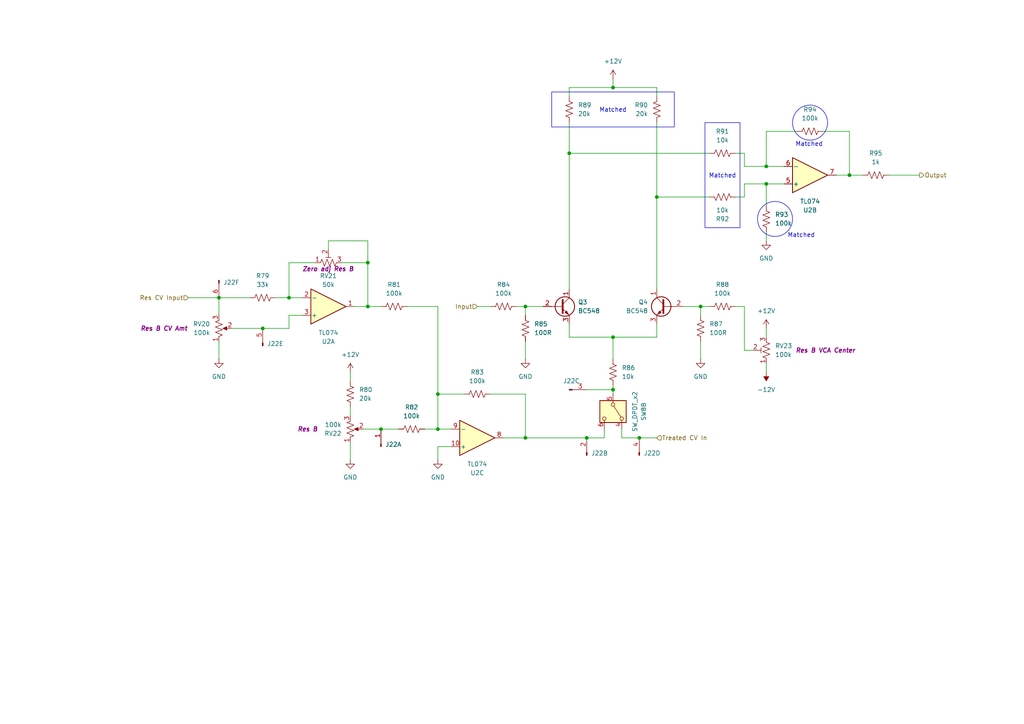
<source format=kicad_sch>
(kicad_sch (version 20250114) (generator "eeschema") (generator_version "9.0")
  (paper "A4")
  (title_block (company "DMH Instruments") (comment 1 "PCB for 15cm Kosmo format synthesizer module"))
  (lib_symbols
    (symbol "Amplifier_Operational:TL074" (pin_names (offset 0.127))
      (property "Reference" "U" (at 0 5.08 0))
      (property "Value" "TL074" (at 0 -5.08 0))
      (symbol "TL074_1_1"
        (polyline (pts (xy -5.08 5.08) (xy 5.08 0) (xy -5.08 -5.08) (xy -5.08 5.08)) (stroke (width 0.254)) (fill (type background)))
        (pin input line (at -7.62 2.54 0) (length 2.54) (name "+") (number "3"))
        (pin input line (at -7.62 -2.54 0) (length 2.54) (name "-") (number "2"))
        (pin output line (at 7.62 0 180) (length 2.54) (name "~") (number "1"))
      )
      (symbol "TL074_2_1"
        (polyline (pts (xy -5.08 5.08) (xy 5.08 0) (xy -5.08 -5.08) (xy -5.08 5.08)) (stroke (width 0.254)) (fill (type background)))
        (pin input line (at -7.62 2.54 0) (length 2.54) (name "+") (number "5"))
        (pin input line (at -7.62 -2.54 0) (length 2.54) (name "-") (number "6"))
        (pin output line (at 7.62 0 180) (length 2.54) (name "~") (number "7"))
      )
      (symbol "TL074_3_1"
        (polyline (pts (xy -5.08 5.08) (xy 5.08 0) (xy -5.08 -5.08) (xy -5.08 5.08)) (stroke (width 0.254)) (fill (type background)))
        (pin input line (at -7.62 2.54 0) (length 2.54) (name "+") (number "10"))
        (pin input line (at -7.62 -2.54 0) (length 2.54) (name "-") (number "9"))
        (pin output line (at 7.62 0 180) (length 2.54) (name "~") (number "8"))
      )
      (symbol "TL074_4_1"
        (polyline (pts (xy -5.08 5.08) (xy 5.08 0) (xy -5.08 -5.08) (xy -5.08 5.08)) (stroke (width 0.254)) (fill (type background)))
        (pin input line (at -7.62 2.54 0) (length 2.54) (name "+") (number "12"))
        (pin input line (at -7.62 -2.54 0) (length 2.54) (name "-") (number "13"))
        (pin output line (at 7.62 0 180) (length 2.54) (name "~") (number "14"))
      )
      (symbol "TL074_5_1"
        (pin power_in line (at -2.54 7.62 270) (length 3.81) (name "V+") (number "4"))
        (pin power_in line (at -2.54 -7.62 90) (length 3.81) (name "V-") (number "11"))
      )
    )
    (symbol "Device:R_Potentiometer_Trim_US" (pin_names (offset 1.016) (hide yes))
      (property "Reference" "RV" (at -4.445 0 90))
      (property "Value" "R_Potentiometer_Trim_US" (at -2.54 0 90))
      (symbol "R_Potentiometer_Trim_US_0_1"
        (polyline (pts (xy 0 2.286) (xy 0 2.54)))
        (polyline (pts (xy 0 2.286) (xy 1.016 1.905) (xy 0 1.524) (xy -1.016 1.143) (xy 0 0.762)))
        (polyline (pts (xy 0 0.762) (xy 1.016 0.381) (xy 0 0) (xy -1.016 -0.381) (xy 0 -0.762)))
        (polyline (pts (xy 0 -0.762) (xy 1.016 -1.143) (xy 0 -1.524) (xy -1.016 -1.905) (xy 0 -2.286)))
        (polyline (pts (xy 0 -2.286) (xy 0 -2.54)))
        (polyline (pts (xy 1.524 0.762) (xy 1.524 -0.762)))
        (polyline (pts (xy 2.54 0) (xy 1.524 0)))
      )
      (symbol "R_Potentiometer_Trim_US_1_1"
        (pin passive line (at 0 3.81 270) (length 1.27) (name "1") (number "1"))
        (pin passive line (at 0 -3.81 90) (length 1.27) (name "3") (number "3"))
        (pin passive line (at 3.81 0 180) (length 1.27) (name "2") (number "2"))
      )
    )
    (symbol "Device:R_Potentiometer_US" (pin_names (offset 1.016) (hide yes))
      (property "Reference" "RV" (at -4.445 0 90))
      (property "Value" "R_Potentiometer_US" (at -2.54 0 90))
      (symbol "R_Potentiometer_US_0_1"
        (polyline (pts (xy 0 2.54) (xy 0 2.286)))
        (polyline (pts (xy 0 2.286) (xy 1.016 1.905) (xy 0 1.524) (xy -1.016 1.143) (xy 0 0.762)))
        (polyline (pts (xy 0 0.762) (xy 1.016 0.381) (xy 0 0) (xy -1.016 -0.381) (xy 0 -0.762)))
        (polyline (pts (xy 0 -0.762) (xy 1.016 -1.143) (xy 0 -1.524) (xy -1.016 -1.905) (xy 0 -2.286)))
        (polyline (pts (xy 0 -2.286) (xy 0 -2.54)))
        (polyline (pts (xy 1.143 0) (xy 2.286 0.508) (xy 2.286 -0.508) (xy 1.143 0)) (fill (type outline)))
        (polyline (pts (xy 2.54 0) (xy 1.524 0)))
      )
      (symbol "R_Potentiometer_US_1_1"
        (pin passive line (at 0 3.81 270) (length 1.27) (name "1") (number "1"))
        (pin passive line (at 0 -3.81 90) (length 1.27) (name "3") (number "3"))
        (pin passive line (at 3.81 0 180) (length 1.27) (name "2") (number "2"))
      )
    )
    (symbol "Device:R_US" (pin_numbers (hide yes)) (pin_names (offset 0))
      (property "Reference" "R" (at 2.54 0 90))
      (property "Value" "R_US" (at -2.54 0 90))
      (symbol "R_US_0_1"
        (polyline (pts (xy 0 2.286) (xy 0 2.54)))
        (polyline (pts (xy 0 2.286) (xy 1.016 1.905) (xy 0 1.524) (xy -1.016 1.143) (xy 0 0.762)))
        (polyline (pts (xy 0 0.762) (xy 1.016 0.381) (xy 0 0) (xy -1.016 -0.381) (xy 0 -0.762)))
        (polyline (pts (xy 0 -0.762) (xy 1.016 -1.143) (xy 0 -1.524) (xy -1.016 -1.905) (xy 0 -2.286)))
        (polyline (pts (xy 0 -2.286) (xy 0 -2.54)))
      )
      (symbol "R_US_1_1"
        (pin passive line (at 0 3.81 270) (length 1.27) (name "~") (number "1"))
        (pin passive line (at 0 -3.81 90) (length 1.27) (name "~") (number "2"))
      )
    )
    (symbol "Switch:SW_DPDT_x2" (pin_names (offset 0) (hide yes))
      (property "Reference" "SW" (at 0 5.08 0))
      (property "Value" "SW_DPDT_x2" (at 0 -5.08 0))
      (symbol "SW_DPDT_x2_0_0"
        (circle (center -2.032 0) (radius 0.508))
        (circle (center 2.032 -2.54) (radius 0.508))
      )
      (symbol "SW_DPDT_x2_0_1"
        (rectangle (start -3.175 3.81) (end 3.175 -3.81) (stroke (width 0.254)) (fill (type background)))
        (polyline (pts (xy -1.524 0.254) (xy 1.5748 2.286)))
        (circle (center 2.032 2.54) (radius 0.508))
      )
      (symbol "SW_DPDT_x2_1_1"
        (pin passive line (at -5.08 0 0) (length 2.54) (name "B") (number "2"))
        (pin passive line (at 5.08 2.54 180) (length 2.54) (name "A") (number "1"))
        (pin passive line (at 5.08 -2.54 180) (length 2.54) (name "C") (number "3"))
      )
      (symbol "SW_DPDT_x2_2_1"
        (pin passive line (at -5.08 0 0) (length 2.54) (name "B") (number "5"))
        (pin passive line (at 5.08 2.54 180) (length 2.54) (name "A") (number "4"))
        (pin passive line (at 5.08 -2.54 180) (length 2.54) (name "C") (number "6"))
      )
    )
    (symbol "SynthStuff:Conn_01x06_PinHeader" (pin_names (offset 1.016) (hide yes))
      (property "Reference" "J" (at 0 2.54 0))
      (symbol "Conn_01x06_PinHeader_1_1"
        (rectangle (start 0.8636 0.127) (end 0 -0.127) (stroke (width 0.1524)) (fill (type outline)))
        (polyline (pts (xy 1.27 0) (xy 0.8636 0)) (stroke (width 0.1524)))
        (pin passive line (at 5.08 0 180) (length 3.81) (name "Pin_1") (number "1"))
      )
      (symbol "Conn_01x06_PinHeader_2_1"
        (rectangle (start 0.8636 0.127) (end 0 -0.127) (stroke (width 0.1524)) (fill (type outline)))
        (polyline (pts (xy 1.27 0) (xy 0.8636 0)) (stroke (width 0.1524)))
        (pin passive line (at 5.08 0 180) (length 3.81) (name "Pin_2") (number "2"))
      )
      (symbol "Conn_01x06_PinHeader_3_1"
        (rectangle (start 0.8636 0.127) (end 0 -0.127) (stroke (width 0.1524)) (fill (type outline)))
        (polyline (pts (xy 1.27 0) (xy 0.8636 0)) (stroke (width 0.1524)))
        (pin passive line (at 5.08 0 180) (length 3.81) (name "Pin_3") (number "3"))
      )
      (symbol "Conn_01x06_PinHeader_4_1"
        (rectangle (start 0.8636 0.127) (end 0 -0.127) (stroke (width 0.1524)) (fill (type outline)))
        (polyline (pts (xy 1.27 0) (xy 0.8636 0)) (stroke (width 0.1524)))
        (pin passive line (at 5.08 0 180) (length 3.81) (name "Pin_4") (number "4"))
      )
      (symbol "Conn_01x06_PinHeader_5_1"
        (rectangle (start 0.8636 0.127) (end 0 -0.127) (stroke (width 0.1524)) (fill (type outline)))
        (polyline (pts (xy 1.27 0) (xy 0.8636 0)) (stroke (width 0.1524)))
        (pin passive line (at 5.08 0 180) (length 3.81) (name "Pin_5") (number "5"))
      )
      (symbol "Conn_01x06_PinHeader_6_1"
        (rectangle (start 0.8636 0.127) (end 0 -0.127) (stroke (width 0.1524)) (fill (type outline)))
        (polyline (pts (xy 1.27 0) (xy 0.8636 0)) (stroke (width 0.1524)))
        (pin passive line (at 5.08 0 180) (length 3.81) (name "Pin_6") (number "6"))
      )
    )
    (symbol "Transistor_BJT:BC548" (pin_names (offset 0) (hide yes))
      (property "Reference" "Q" (at 5.08 1.905 0))
      (property "Value" "BC548" (at 5.08 0 0))
      (symbol "BC548_0_1"
        (polyline (pts (xy -2.54 0) (xy 0.635 0)))
        (polyline (pts (xy 0.635 1.905) (xy 0.635 -1.905)) (stroke (width 0.508)))
        (circle (center 1.27 0) (radius 2.8194) (stroke (width 0.254)))
      )
      (symbol "BC548_1_1"
        (polyline (pts (xy 0.635 0.635) (xy 2.54 2.54)))
        (polyline (pts (xy 0.635 -0.635) (xy 2.54 -2.54)))
        (polyline (pts (xy 1.27 -1.778) (xy 1.778 -1.27) (xy 2.286 -2.286) (xy 1.27 -1.778)) (fill (type outline)))
        (pin input line (at -5.08 0 0) (length 2.54) (name "B") (number "2"))
        (pin passive line (at 2.54 5.08 270) (length 2.54) (name "C") (number "1"))
        (pin passive line (at 2.54 -5.08 90) (length 2.54) (name "E") (number "3"))
      )
    )
    (symbol "power:+12V" (power) (pin_numbers (hide yes)) (pin_names (offset 0) (hide yes))
      (property "Value" "+12V" (at 0 3.556 0))
      (symbol "+12V_0_1"
        (polyline (pts (xy -0.762 1.27) (xy 0 2.54)))
        (polyline (pts (xy 0 2.54) (xy 0.762 1.27)))
        (polyline (pts (xy 0 0) (xy 0 2.54)))
      )
      (symbol "+12V_1_1"
        (pin power_in line (at 0 0 90) (length 0) (name "~") (number "1"))
      )
    )
    (symbol "power:-12V" (power) (pin_numbers (hide yes)) (pin_names (offset 0) (hide yes))
      (property "Value" "-12V" (at 0 3.556 0))
      (symbol "-12V_0_0"
        (pin power_in line (at 0 0 90) (length 0) (name "~") (number "1"))
      )
      (symbol "-12V_0_1"
        (polyline (pts (xy 0 0) (xy 0 1.27) (xy 0.762 1.27) (xy 0 2.54) (xy -0.762 1.27) (xy 0 1.27)) (fill (type outline)))
      )
    )
    (symbol "power:GND" (power) (pin_numbers (hide yes)) (pin_names (offset 0) (hide yes))
      (property "Value" "GND" (at 0 -3.81 0))
      (symbol "GND_0_1"
        (polyline (pts (xy 0 0) (xy 0 -1.27) (xy 1.27 -1.27) (xy 0 -2.54) (xy -1.27 -1.27) (xy 0 -1.27)))
      )
      (symbol "GND_1_1"
        (pin power_in line (at 0 0 270) (length 0) (name "~") (number "1"))
      )
    )
  )
  (rectangle (start 160.02 26.67) (end 195.58 36.83))
  (circle (center 224.79 63.5) (radius 5.08))
  (circle (center 234.95 35.56) (radius 5.08))
  (rectangle (start 204.47 35.56) (end 214.63 66.04))
  (text "Matched" (at 177.8 32.004 0) (effects (font (size 1.27 1.27))))
  (text "Matched" (at 234.696 41.91 0) (effects (font (size 1.27 1.27))))
  (text "Matched" (at 232.41 68.326 0) (effects (font (size 1.27 1.27))))
  (text "Matched" (at 209.55 51.054 0) (effects (font (size 1.27 1.27))))
  (junction (at 177.8 113.03))
  (junction (at 106.68 88.9))
  (junction (at 190.5 57.15))
  (junction (at 165.1 44.45))
  (junction (at 170.18 127))
  (junction (at 222.25 53.34))
  (junction (at 177.8 25.4))
  (junction (at 246.38 50.8))
  (junction (at 185.42 127))
  (junction (at 63.5 86.36))
  (junction (at 127 124.46))
  (junction (at 152.4 127))
  (junction (at 152.4 88.9))
  (junction (at 110.49 124.46))
  (junction (at 203.2 88.9))
  (junction (at 106.68 76.2))
  (junction (at 127 114.3))
  (junction (at 222.25 48.26))
  (junction (at 177.8 97.79))
  (junction (at 76.2 95.25))
  (junction (at 83.82 86.36))
  (wire (pts (xy 215.9 48.26) (xy 222.25 48.26)))
  (wire (pts (xy 190.5 57.15) (xy 190.5 83.82)))
  (wire (pts (xy 54.61 86.36) (xy 63.5 86.36)))
  (wire (pts (xy 190.5 25.4) (xy 177.8 25.4)))
  (wire (pts (xy 101.6 128.27) (xy 101.6 133.35)))
  (wire (pts (xy 165.1 44.45) (xy 205.74 44.45)))
  (wire (pts (xy 165.1 97.79) (xy 177.8 97.79)))
  (wire (pts (xy 127 114.3) (xy 127 124.46)))
  (wire (pts (xy 213.36 44.45) (xy 215.9 44.45)))
  (wire (pts (xy 222.25 67.31) (xy 222.25 69.85)))
  (wire (pts (xy 203.2 88.9) (xy 203.2 91.44)))
  (wire (pts (xy 67.31 95.25) (xy 76.2 95.25)))
  (wire (pts (xy 215.9 88.9) (xy 215.9 101.6)))
  (wire (pts (xy 165.1 44.45) (xy 165.1 83.82)))
  (wire (pts (xy 83.82 95.25) (xy 83.82 91.44)))
  (wire (pts (xy 222.25 95.25) (xy 222.25 97.79)))
  (wire (pts (xy 152.4 88.9) (xy 152.4 91.44)))
  (wire (pts (xy 257.81 50.8) (xy 266.7 50.8)))
  (wire (pts (xy 101.6 107.95) (xy 101.6 110.49)))
  (wire (pts (xy 106.68 88.9) (xy 110.49 88.9)))
  (wire (pts (xy 123.19 124.46) (xy 127 124.46)))
  (wire (pts (xy 238.76 38.1) (xy 246.38 38.1)))
  (wire (pts (xy 246.38 50.8) (xy 250.19 50.8)))
  (wire (pts (xy 80.01 86.36) (xy 83.82 86.36)))
  (wire (pts (xy 222.25 38.1) (xy 222.25 48.26)))
  (wire (pts (xy 222.25 53.34) (xy 227.33 53.34)))
  (wire (pts (xy 190.5 27.94) (xy 190.5 25.4)))
  (wire (pts (xy 95.25 69.85) (xy 106.68 69.85)))
  (wire (pts (xy 222.25 105.41) (xy 222.25 107.95)))
  (wire (pts (xy 165.1 27.94) (xy 165.1 25.4)))
  (wire (pts (xy 83.82 86.36) (xy 87.63 86.36)))
  (wire (pts (xy 152.4 127) (xy 170.18 127)))
  (wire (pts (xy 165.1 35.56) (xy 165.1 44.45)))
  (wire (pts (xy 190.5 93.98) (xy 190.5 97.79)))
  (wire (pts (xy 185.42 127) (xy 190.5 127)))
  (wire (pts (xy 127 124.46) (xy 130.81 124.46)))
  (wire (pts (xy 215.9 44.45) (xy 215.9 48.26)))
  (wire (pts (xy 177.8 25.4) (xy 177.8 22.86)))
  (wire (pts (xy 101.6 118.11) (xy 101.6 120.65)))
  (wire (pts (xy 152.4 88.9) (xy 157.48 88.9)))
  (wire (pts (xy 118.11 88.9) (xy 127 88.9)))
  (wire (pts (xy 149.86 88.9) (xy 152.4 88.9)))
  (wire (pts (xy 190.5 57.15) (xy 205.74 57.15)))
  (wire (pts (xy 106.68 88.9) (xy 102.87 88.9)))
  (wire (pts (xy 190.5 97.79) (xy 177.8 97.79)))
  (wire (pts (xy 222.25 48.26) (xy 227.33 48.26)))
  (wire (pts (xy 180.34 127) (xy 185.42 127)))
  (wire (pts (xy 152.4 99.06) (xy 152.4 104.14)))
  (wire (pts (xy 63.5 86.36) (xy 63.5 91.44)))
  (wire (pts (xy 170.18 127) (xy 175.26 127)))
  (wire (pts (xy 231.14 38.1) (xy 222.25 38.1)))
  (wire (pts (xy 177.8 113.03) (xy 177.8 114.3)))
  (wire (pts (xy 203.2 99.06) (xy 203.2 104.14)))
  (wire (pts (xy 130.81 129.54) (xy 127 129.54)))
  (wire (pts (xy 142.24 114.3) (xy 152.4 114.3)))
  (wire (pts (xy 222.25 53.34) (xy 222.25 59.69)))
  (wire (pts (xy 63.5 86.36) (xy 72.39 86.36)))
  (wire (pts (xy 175.26 124.46) (xy 175.26 127)))
  (wire (pts (xy 198.12 88.9) (xy 203.2 88.9)))
  (wire (pts (xy 177.8 111.76) (xy 177.8 113.03)))
  (wire (pts (xy 215.9 53.34) (xy 222.25 53.34)))
  (wire (pts (xy 83.82 91.44) (xy 87.63 91.44)))
  (wire (pts (xy 146.05 127) (xy 152.4 127)))
  (wire (pts (xy 215.9 101.6) (xy 218.44 101.6)))
  (wire (pts (xy 213.36 57.15) (xy 215.9 57.15)))
  (wire (pts (xy 134.62 114.3) (xy 127 114.3)))
  (wire (pts (xy 105.41 124.46) (xy 110.49 124.46)))
  (wire (pts (xy 106.68 76.2) (xy 106.68 88.9)))
  (wire (pts (xy 190.5 35.56) (xy 190.5 57.15)))
  (wire (pts (xy 180.34 124.46) (xy 180.34 127)))
  (wire (pts (xy 177.8 97.79) (xy 177.8 104.14)))
  (wire (pts (xy 127 129.54) (xy 127 133.35)))
  (wire (pts (xy 203.2 88.9) (xy 205.74 88.9)))
  (wire (pts (xy 215.9 57.15) (xy 215.9 53.34)))
  (wire (pts (xy 83.82 76.2) (xy 83.82 86.36)))
  (wire (pts (xy 246.38 38.1) (xy 246.38 50.8)))
  (wire (pts (xy 110.49 124.46) (xy 115.57 124.46)))
  (wire (pts (xy 242.57 50.8) (xy 246.38 50.8)))
  (wire (pts (xy 127 88.9) (xy 127 114.3)))
  (wire (pts (xy 106.68 69.85) (xy 106.68 76.2)))
  (wire (pts (xy 99.06 76.2) (xy 106.68 76.2)))
  (wire (pts (xy 76.2 95.25) (xy 83.82 95.25)))
  (wire (pts (xy 152.4 114.3) (xy 152.4 127)))
  (wire (pts (xy 83.82 76.2) (xy 91.44 76.2)))
  (wire (pts (xy 138.43 88.9) (xy 142.24 88.9)))
  (wire (pts (xy 63.5 99.06) (xy 63.5 104.14)))
  (wire (pts (xy 165.1 25.4) (xy 177.8 25.4)))
  (wire (pts (xy 165.1 93.98) (xy 165.1 97.79)))
  (wire (pts (xy 95.25 72.39) (xy 95.25 69.85)))
  (wire (pts (xy 170.18 113.03) (xy 177.8 113.03)))
  (wire (pts (xy 213.36 88.9) (xy 215.9 88.9)))
  (hierarchical_label "Res CV Input" (shape input) (at 54.61 86.36 180))
  (hierarchical_label "Input" (shape input) (at 138.43 88.9 180))
  (hierarchical_label "Treated CV In" (shape input) (at 190.5 127 0))
  (hierarchical_label "Output" (shape output) (at 266.7 50.8 0))
  (symbol (lib_id "Amplifier_Operational:TL074") (at 95.25 88.9 0) (mirror x) (unit 1) (on_board no)
    (property "Reference" "U2" (at 95.25 99.06 0))
    (property "Value" "TL074" (at 95.25 96.52 0))
    (property "Footprint" "Package_DIP:DIP-14_W7.62mm_Socket" (effects (hide yes)))
    (property "Datasheet" "http://www.ti.com/lit/ds/symlink/tl071.pdf" (effects (hide yes)))
    (property "Description" "Quad Low-Noise JFET-Input Operational Amplifiers, DIP-14/SOIC-14" (effects (hide yes)))
  )
  (symbol (lib_id "power:-12V") (at 222.25 107.95 180) (unit 1)
    (property "Reference" "#PWR075" (effects (hide yes)))
    (property "Value" "-12V" (at 222.25 113.03 0))
    (property "Description" "Power symbol creates a global label with name \"-12V\"" (effects (hide yes)))
  )
  (symbol (lib_id "power:GND") (at 222.25 69.85 0) (unit 1)
    (property "Reference" "#PWR072" (effects (hide yes)))
    (property "Value" "GND" (at 222.25 74.93 0))
    (property "Description" "Power symbol creates a global label with name \"GND\" , ground" (effects (hide yes)))
  )
  (symbol (lib_id "power:GND") (at 101.6 133.35 0) (unit 1)
    (property "Reference" "#PWR067" (effects (hide yes)))
    (property "Value" "GND" (at 101.6 138.43 0))
    (property "Description" "Power symbol creates a global label with name \"GND\" , ground" (effects (hide yes)))
  )
  (symbol (lib_id "Device:R_US") (at 209.55 57.15 270) (mirror x) (unit 1) (on_board no)
    (property "Reference" "R92" (at 209.55 63.5 90))
    (property "Value" "10k" (at 209.55 60.96 90))
    (property "Footprint" "Resistor_THT:R_Axial_DIN0207_L6.3mm_D2.5mm_P7.62mm_Horizontal" (effects (hide yes)))
    (property "Description" "Resistor, US symbol" (effects (hide yes)))
  )
  (symbol (lib_id "Device:R_US") (at 146.05 88.9 270) (unit 1) (on_board no)
    (property "Reference" "R84" (at 146.05 82.55 90))
    (property "Value" "100k" (at 146.05 85.09 90))
    (property "Footprint" "Resistor_THT:R_Axial_DIN0207_L6.3mm_D2.5mm_P7.62mm_Horizontal" (effects (hide yes)))
    (property "Description" "Resistor, US symbol" (effects (hide yes)))
  )
  (symbol (lib_id "Device:R_US") (at 177.8 107.95 180) (unit 1) (on_board no)
    (property "Reference" "R86" (at 180.34 106.6799 0) (effects (justify right)))
    (property "Value" "10k" (at 180.34 109.2199 0) (effects (justify right)))
    (property "Footprint" "Resistor_THT:R_Axial_DIN0207_L6.3mm_D2.5mm_P7.62mm_Horizontal" (effects (hide yes)))
    (property "Description" "Resistor, US symbol" (effects (hide yes)))
  )
  (symbol (lib_id "Device:R_US") (at 152.4 95.25 180) (unit 1) (on_board no)
    (property "Reference" "R85" (at 154.94 93.9799 0) (effects (justify right)))
    (property "Value" "100R" (at 154.94 96.5199 0) (effects (justify right)))
    (property "Footprint" "Resistor_THT:R_Axial_DIN0207_L6.3mm_D2.5mm_P7.62mm_Horizontal" (effects (hide yes)))
    (property "Description" "Resistor, US symbol" (effects (hide yes)))
  )
  (symbol (lib_id "SynthStuff:Conn_01x06_PinHeader") (at 76.2 100.33 90) (unit 5)
    (property "Reference" "J22" (at 77.47 99.6949 90) (effects (justify right)))
    (property "Value" "Conn_01x06_PinHeader" (effects (hide yes)))
    (property "Footprint" "Connector_PinSocket_2.54mm:PinSocket_1x06_P2.54mm_Vertical" (effects (hide yes)))
    (property "Description" "Generic connector, single row, 01x06" (effects (hide yes)))
  )
  (symbol (lib_id "Device:R_US") (at 222.25 63.5 0) (unit 1) (on_board no)
    (property "Reference" "R93" (at 224.79 62.2299 0) (effects (justify left)))
    (property "Value" "100k" (at 224.79 64.7699 0) (effects (justify left)))
    (property "Footprint" "Resistor_THT:R_Axial_DIN0207_L6.3mm_D2.5mm_P7.62mm_Horizontal" (effects (hide yes)))
    (property "Description" "Resistor, US symbol" (effects (hide yes)))
  )
  (symbol (lib_id "SynthStuff:Conn_01x06_PinHeader") (at 170.18 132.08 90) (unit 2)
    (property "Reference" "J22" (at 171.45 131.4449 90) (effects (justify right)))
    (property "Value" "Conn_01x06_PinHeader" (effects (hide yes)))
    (property "Footprint" "Connector_PinSocket_2.54mm:PinSocket_1x06_P2.54mm_Vertical" (effects (hide yes)))
    (property "Description" "Generic connector, single row, 01x06" (effects (hide yes)))
  )
  (symbol (lib_id "Device:R_US") (at 203.2 95.25 180) (unit 1) (on_board no)
    (property "Reference" "R87" (at 205.74 93.9799 0) (effects (justify right)))
    (property "Value" "100R" (at 205.74 96.5199 0) (effects (justify right)))
    (property "Footprint" "Resistor_THT:R_Axial_DIN0207_L6.3mm_D2.5mm_P7.62mm_Horizontal" (effects (hide yes)))
    (property "Description" "Resistor, US symbol" (effects (hide yes)))
  )
  (symbol (lib_id "power:GND") (at 203.2 104.14 0) (unit 1)
    (property "Reference" "#PWR071" (effects (hide yes)))
    (property "Value" "GND" (at 203.2 109.22 0))
    (property "Description" "Power symbol creates a global label with name \"GND\" , ground" (effects (hide yes)))
  )
  (symbol (lib_id "Amplifier_Operational:TL074") (at 234.95 50.8 0) (mirror x) (unit 2) (on_board no)
    (property "Reference" "U2" (at 234.95 60.96 0))
    (property "Value" "TL074" (at 234.95 58.42 0))
    (property "Footprint" "Package_DIP:DIP-14_W7.62mm_Socket" (effects (hide yes)))
    (property "Datasheet" "http://www.ti.com/lit/ds/symlink/tl071.pdf" (effects (hide yes)))
    (property "Description" "Quad Low-Noise JFET-Input Operational Amplifiers, DIP-14/SOIC-14" (effects (hide yes)))
  )
  (symbol (lib_id "Transistor_BJT:BC548") (at 193.04 88.9 0) (mirror y) (unit 1) (on_board no)
    (property "Reference" "Q4" (at 187.96 87.6299 0) (effects (justify left)))
    (property "Value" "BC548" (at 187.96 90.1699 0) (effects (justify left)))
    (property "Footprint" "Package_TO_SOT_THT:TO-92L_Inline_Wide" (effects (hide yes)))
    (property "Datasheet" "https://www.onsemi.com/pub/Collateral/BC550-D.pdf" (effects (hide yes)))
    (property "Description" "0.1A Ic, 30V Vce, Small Signal NPN Transistor, TO-92" (effects (hide yes)))
  )
  (symbol (lib_id "Switch:SW_DPDT_x2") (at 177.8 119.38 270) (unit 2)
    (property "Reference" "SW8" (at 186.69 119.38 0))
    (property "Value" "SW_DPDT_x2" (at 184.15 119.38 0))
    (property "Footprint" "SynthStuff:Toggle_Switch_2_Poles_TE" (effects (hide yes)))
    (property "Description" "Switch, dual pole double throw, separate symbols" (effects (hide yes)))
  )
  (symbol (lib_id "Transistor_BJT:BC548") (at 162.56 88.9 0) (unit 1) (on_board no)
    (property "Reference" "Q3" (at 167.64 87.6299 0) (effects (justify left)))
    (property "Value" "BC548" (at 167.64 90.1699 0) (effects (justify left)))
    (property "Footprint" "Package_TO_SOT_THT:TO-92L_Inline_Wide" (effects (hide yes)))
    (property "Datasheet" "https://www.onsemi.com/pub/Collateral/BC550-D.pdf" (effects (hide yes)))
    (property "Description" "0.1A Ic, 30V Vce, Small Signal NPN Transistor, TO-92" (effects (hide yes)))
  )
  (symbol (lib_id "SynthStuff:Conn_01x06_PinHeader") (at 165.1 113.03 0) (unit 3)
    (property "Reference" "J22" (at 165.735 110.49 0))
    (property "Value" "Conn_01x06_PinHeader" (effects (hide yes)))
    (property "Footprint" "Connector_PinSocket_2.54mm:PinSocket_1x06_P2.54mm_Vertical" (effects (hide yes)))
    (property "Description" "Generic connector, single row, 01x06" (effects (hide yes)))
  )
  (symbol (lib_id "Device:R_Potentiometer_Trim_US") (at 95.25 76.2 90) (unit 1) (on_board no)
    (property "Reference" "RV21" (at 95.25 80.01 90))
    (property "Value" "50k" (at 95.25 82.55 90))
    (property "Footprint" "Potentiometer_THT:Potentiometer_Bourns_3296W_Vertical" (effects (hide yes)))
    (property "Description" "Trim-potentiometer, US symbol" (effects (hide yes)))
    (property "Function" "Zero adj Res B" (at 95.25 77.978 90) (effects (font (thickness 0.254) (bold yes) (italic yes))))
  )
  (symbol (lib_id "power:GND") (at 127 133.35 0) (unit 1)
    (property "Reference" "#PWR068" (effects (hide yes)))
    (property "Value" "GND" (at 127 138.43 0))
    (property "Description" "Power symbol creates a global label with name \"GND\" , ground" (effects (hide yes)))
  )
  (symbol (lib_id "SynthStuff:Conn_01x06_PinHeader") (at 63.5 81.28 270) (unit 6)
    (property "Reference" "J22" (at 64.77 81.9149 90) (effects (justify left)))
    (property "Value" "Conn_01x06_PinHeader" (effects (hide yes)))
    (property "Footprint" "Connector_PinSocket_2.54mm:PinSocket_1x06_P2.54mm_Vertical" (effects (hide yes)))
    (property "Description" "Generic connector, single row, 01x06" (effects (hide yes)))
  )
  (symbol (lib_id "Device:R_US") (at 234.95 38.1 270) (unit 1) (on_board no)
    (property "Reference" "R94" (at 234.95 31.75 90))
    (property "Value" "100k" (at 234.95 34.29 90))
    (property "Footprint" "Resistor_THT:R_Axial_DIN0207_L6.3mm_D2.5mm_P7.62mm_Horizontal" (effects (hide yes)))
    (property "Description" "Resistor, US symbol" (effects (hide yes)))
  )
  (symbol (lib_id "SynthStuff:Conn_01x06_PinHeader") (at 185.42 132.08 90) (unit 4)
    (property "Reference" "J22" (at 186.69 131.4449 90) (effects (justify right)))
    (property "Value" "Conn_01x06_PinHeader" (effects (hide yes)))
    (property "Footprint" "Connector_PinSocket_2.54mm:PinSocket_1x06_P2.54mm_Vertical" (effects (hide yes)))
    (property "Description" "Generic connector, single row, 01x06" (effects (hide yes)))
  )
  (symbol (lib_id "Device:R_US") (at 254 50.8 270) (unit 1) (on_board no)
    (property "Reference" "R95" (at 254 44.45 90))
    (property "Value" "1k" (at 254 46.99 90))
    (property "Footprint" "Resistor_THT:R_Axial_DIN0207_L6.3mm_D2.5mm_P7.62mm_Horizontal" (effects (hide yes)))
    (property "Description" "Resistor, US symbol" (effects (hide yes)))
  )
  (symbol (lib_id "Device:R_US") (at 209.55 88.9 270) (unit 1) (on_board no)
    (property "Reference" "R88" (at 209.55 82.55 90))
    (property "Value" "100k" (at 209.55 85.09 90))
    (property "Footprint" "Resistor_THT:R_Axial_DIN0207_L6.3mm_D2.5mm_P7.62mm_Horizontal" (effects (hide yes)))
    (property "Description" "Resistor, US symbol" (effects (hide yes)))
  )
  (symbol (lib_id "Device:R_US") (at 101.6 114.3 180) (unit 1)
    (property "Reference" "R80" (at 104.14 113.0299 0) (effects (justify right)))
    (property "Value" "20k" (at 104.14 115.5699 0) (effects (justify right)))
    (property "Footprint" "Resistor_THT:R_Axial_DIN0207_L6.3mm_D2.5mm_P7.62mm_Horizontal" (effects (hide yes)))
    (property "Description" "Resistor, US symbol" (effects (hide yes)))
  )
  (symbol (lib_id "power:GND") (at 63.5 104.14 0) (unit 1)
    (property "Reference" "#PWR065" (effects (hide yes)))
    (property "Value" "GND" (at 63.5 109.22 0))
    (property "Description" "Power symbol creates a global label with name \"GND\" , ground" (effects (hide yes)))
  )
  (symbol (lib_id "Device:R_Potentiometer_US") (at 101.6 124.46 0) (mirror x) (unit 1)
    (property "Reference" "RV22" (at 99.06 125.7301 0) (effects (justify right)))
    (property "Value" "100k" (at 99.06 123.1901 0) (effects (justify right)))
    (property "Footprint" "SynthStuff:Potentiometer_Alpha_RD901F-40-00D_Single_Vertical" (effects (hide yes)))
    (property "Description" "Potentiometer, US symbol" (effects (hide yes)))
    (property "Function" "Res B" (at 89.154 124.46 0) (effects (font (thickness 0.254) (bold yes) (italic yes))))
  )
  (symbol (lib_id "Device:R_US") (at 138.43 114.3 90) (unit 1) (on_board no)
    (property "Reference" "R83" (at 138.43 107.95 90))
    (property "Value" "100k" (at 138.43 110.49 90))
    (property "Footprint" "Resistor_THT:R_Axial_DIN0207_L6.3mm_D2.5mm_P7.62mm_Horizontal" (effects (hide yes)))
    (property "Description" "Resistor, US symbol" (effects (hide yes)))
  )
  (symbol (lib_id "power:+12V") (at 101.6 107.95 0) (unit 1)
    (property "Reference" "#PWR066" (effects (hide yes)))
    (property "Value" "+12V" (at 101.6 102.87 0))
    (property "Description" "Power symbol creates a global label with name \"+12V\"" (effects (hide yes)))
  )
  (symbol (lib_id "Device:R_US") (at 76.2 86.36 90) (unit 1) (on_board no)
    (property "Reference" "R79" (at 76.2 80.01 90))
    (property "Value" "33k" (at 76.2 82.55 90))
    (property "Footprint" "Resistor_THT:R_Axial_DIN0207_L6.3mm_D2.5mm_P7.62mm_Horizontal" (effects (hide yes)))
    (property "Description" "Resistor, US symbol" (effects (hide yes)))
  )
  (symbol (lib_id "Amplifier_Operational:TL074") (at 138.43 127 0) (mirror x) (unit 3) (on_board no)
    (property "Reference" "U2" (at 138.43 137.16 0))
    (property "Value" "TL074" (at 138.43 134.62 0))
    (property "Footprint" "Package_DIP:DIP-14_W7.62mm_Socket" (effects (hide yes)))
    (property "Datasheet" "http://www.ti.com/lit/ds/symlink/tl071.pdf" (effects (hide yes)))
    (property "Description" "Quad Low-Noise JFET-Input Operational Amplifiers, DIP-14/SOIC-14" (effects (hide yes)))
  )
  (symbol (lib_id "power:+12V") (at 177.8 22.86 0) (unit 1)
    (property "Reference" "#PWR070" (effects (hide yes)))
    (property "Value" "+12V" (at 177.8 17.78 0))
    (property "Description" "Power symbol creates a global label with name \"+12V\"" (effects (hide yes)))
  )
  (symbol (lib_id "SynthStuff:Conn_01x06_PinHeader") (at 110.49 129.54 90) (unit 1)
    (property "Reference" "J22" (at 111.76 128.9049 90) (effects (justify right)))
    (property "Value" "Conn_01x06_PinHeader" (effects (hide yes)))
    (property "Footprint" "Connector_PinSocket_2.54mm:PinSocket_1x06_P2.54mm_Vertical" (effects (hide yes)))
    (property "Description" "Generic connector, single row, 01x06" (effects (hide yes)))
  )
  (symbol (lib_id "Device:R_US") (at 190.5 31.75 0) (mirror x) (unit 1) (on_board no)
    (property "Reference" "R90" (at 187.96 30.4799 0) (effects (justify right)))
    (property "Value" "20k" (at 187.96 33.0199 0) (effects (justify right)))
    (property "Footprint" "Resistor_THT:R_Axial_DIN0207_L6.3mm_D2.5mm_P7.62mm_Horizontal" (effects (hide yes)))
    (property "Description" "Resistor, US symbol" (effects (hide yes)))
  )
  (symbol (lib_id "power:+12V") (at 222.25 95.25 0) (unit 1)
    (property "Reference" "#PWR074" (effects (hide yes)))
    (property "Value" "+12V" (at 222.25 90.17 0))
    (property "Description" "Power symbol creates a global label with name \"+12V\"" (effects (hide yes)))
  )
  (symbol (lib_id "Device:R_Potentiometer_US") (at 63.5 95.25 0) (mirror x) (unit 1)
    (property "Reference" "RV20" (at 60.96 93.9799 0) (effects (justify right)))
    (property "Value" "100k" (at 60.96 96.5199 0) (effects (justify right)))
    (property "Footprint" "SynthStuff:Potentiometer_TT_P110KH1" (effects (hide yes)))
    (property "Description" "Potentiometer, US symbol" (effects (hide yes)))
    (property "Function" "Res B CV Amt" (at 47.498 95.25 0) (effects (font (thickness 0.254) (bold yes) (italic yes))))
  )
  (symbol (lib_id "Device:R_US") (at 119.38 124.46 90) (unit 1) (on_board no)
    (property "Reference" "R82" (at 119.38 118.11 90))
    (property "Value" "100k" (at 119.38 120.65 90))
    (property "Footprint" "Resistor_THT:R_Axial_DIN0207_L6.3mm_D2.5mm_P7.62mm_Horizontal" (effects (hide yes)))
    (property "Description" "Resistor, US symbol" (effects (hide yes)))
  )
  (symbol (lib_id "Device:R_Potentiometer_Trim_US") (at 222.25 101.6 180) (unit 1) (on_board no)
    (property "Reference" "RV23" (at 224.79 100.3299 0) (effects (justify right)))
    (property "Value" "100k" (at 224.79 102.8699 0) (effects (justify right)))
    (property "Footprint" "Potentiometer_THT:Potentiometer_Bourns_3296W_Vertical" (effects (hide yes)))
    (property "Description" "Trim-potentiometer, US symbol" (effects (hide yes)))
    (property "Function" "Res B VCA Center" (at 239.522 101.6 0) (effects (font (thickness 0.254) (bold yes) (italic yes))))
  )
  (symbol (lib_id "Device:R_US") (at 114.3 88.9 90) (unit 1) (on_board no)
    (property "Reference" "R81" (at 114.3 82.55 90))
    (property "Value" "100k" (at 114.3 85.09 90))
    (property "Footprint" "Resistor_THT:R_Axial_DIN0207_L6.3mm_D2.5mm_P7.62mm_Horizontal" (effects (hide yes)))
    (property "Description" "Resistor, US symbol" (effects (hide yes)))
  )
  (symbol (lib_id "Device:R_US") (at 209.55 44.45 270) (unit 1) (on_board no)
    (property "Reference" "R91" (at 209.55 38.1 90))
    (property "Value" "10k" (at 209.55 40.64 90))
    (property "Footprint" "Resistor_THT:R_Axial_DIN0207_L6.3mm_D2.5mm_P7.62mm_Horizontal" (effects (hide yes)))
    (property "Description" "Resistor, US symbol" (effects (hide yes)))
  )
  (symbol (lib_id "power:GND") (at 152.4 104.14 0) (unit 1)
    (property "Reference" "#PWR069" (effects (hide yes)))
    (property "Value" "GND" (at 152.4 109.22 0))
    (property "Description" "Power symbol creates a global label with name \"GND\" , ground" (effects (hide yes)))
  )
  (symbol (lib_id "Device:R_US") (at 165.1 31.75 180) (unit 1) (on_board no)
    (property "Reference" "R89" (at 167.64 30.4799 0) (effects (justify right)))
    (property "Value" "20k" (at 167.64 33.0199 0) (effects (justify right)))
    (property "Footprint" "Resistor_THT:R_Axial_DIN0207_L6.3mm_D2.5mm_P7.62mm_Horizontal" (effects (hide yes)))
    (property "Description" "Resistor, US symbol" (effects (hide yes)))
  )
)
</source>
